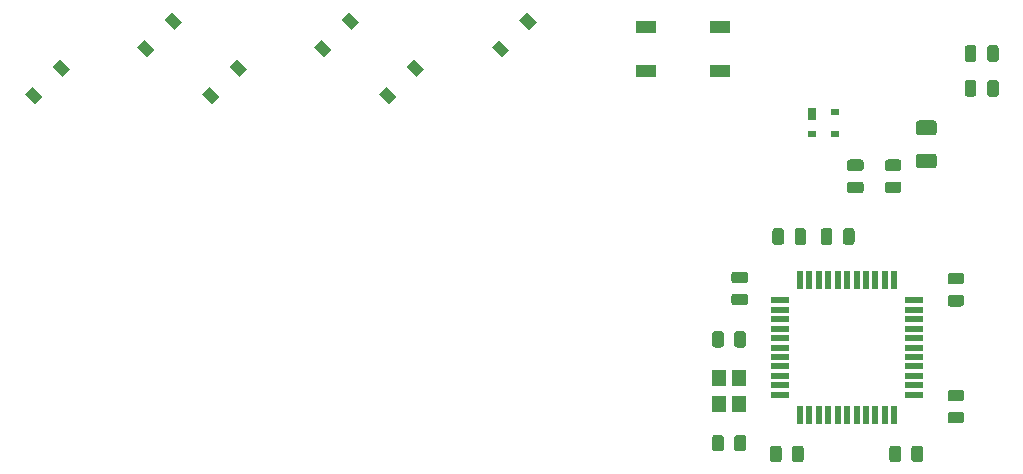
<source format=gbr>
G04 #@! TF.GenerationSoftware,KiCad,Pcbnew,(5.1.5)-3*
G04 #@! TF.CreationDate,2020-04-17T15:53:12-04:00*
G04 #@! TF.ProjectId,Flying_MX,466c7969-6e67-45f4-9d58-2e6b69636164,rev?*
G04 #@! TF.SameCoordinates,Original*
G04 #@! TF.FileFunction,Paste,Top*
G04 #@! TF.FilePolarity,Positive*
%FSLAX46Y46*%
G04 Gerber Fmt 4.6, Leading zero omitted, Abs format (unit mm)*
G04 Created by KiCad (PCBNEW (5.1.5)-3) date 2020-04-17 15:53:12*
%MOMM*%
%LPD*%
G04 APERTURE LIST*
%ADD10R,0.700000X1.000000*%
%ADD11R,0.700000X0.600000*%
%ADD12C,0.100000*%
%ADD13R,1.500000X0.550000*%
%ADD14R,0.550000X1.500000*%
%ADD15R,1.200000X1.400000*%
%ADD16R,1.800000X1.100000*%
G04 APERTURE END LIST*
D10*
X120500000Y-40350000D03*
D11*
X122500000Y-40150000D03*
X120500000Y-42050000D03*
X122500000Y-42050000D03*
D12*
G36*
X130849504Y-40876204D02*
G01*
X130873773Y-40879804D01*
X130897571Y-40885765D01*
X130920671Y-40894030D01*
X130942849Y-40904520D01*
X130963893Y-40917133D01*
X130983598Y-40931747D01*
X131001777Y-40948223D01*
X131018253Y-40966402D01*
X131032867Y-40986107D01*
X131045480Y-41007151D01*
X131055970Y-41029329D01*
X131064235Y-41052429D01*
X131070196Y-41076227D01*
X131073796Y-41100496D01*
X131075000Y-41125000D01*
X131075000Y-41875000D01*
X131073796Y-41899504D01*
X131070196Y-41923773D01*
X131064235Y-41947571D01*
X131055970Y-41970671D01*
X131045480Y-41992849D01*
X131032867Y-42013893D01*
X131018253Y-42033598D01*
X131001777Y-42051777D01*
X130983598Y-42068253D01*
X130963893Y-42082867D01*
X130942849Y-42095480D01*
X130920671Y-42105970D01*
X130897571Y-42114235D01*
X130873773Y-42120196D01*
X130849504Y-42123796D01*
X130825000Y-42125000D01*
X129575000Y-42125000D01*
X129550496Y-42123796D01*
X129526227Y-42120196D01*
X129502429Y-42114235D01*
X129479329Y-42105970D01*
X129457151Y-42095480D01*
X129436107Y-42082867D01*
X129416402Y-42068253D01*
X129398223Y-42051777D01*
X129381747Y-42033598D01*
X129367133Y-42013893D01*
X129354520Y-41992849D01*
X129344030Y-41970671D01*
X129335765Y-41947571D01*
X129329804Y-41923773D01*
X129326204Y-41899504D01*
X129325000Y-41875000D01*
X129325000Y-41125000D01*
X129326204Y-41100496D01*
X129329804Y-41076227D01*
X129335765Y-41052429D01*
X129344030Y-41029329D01*
X129354520Y-41007151D01*
X129367133Y-40986107D01*
X129381747Y-40966402D01*
X129398223Y-40948223D01*
X129416402Y-40931747D01*
X129436107Y-40917133D01*
X129457151Y-40904520D01*
X129479329Y-40894030D01*
X129502429Y-40885765D01*
X129526227Y-40879804D01*
X129550496Y-40876204D01*
X129575000Y-40875000D01*
X130825000Y-40875000D01*
X130849504Y-40876204D01*
G37*
G36*
X130849504Y-43676204D02*
G01*
X130873773Y-43679804D01*
X130897571Y-43685765D01*
X130920671Y-43694030D01*
X130942849Y-43704520D01*
X130963893Y-43717133D01*
X130983598Y-43731747D01*
X131001777Y-43748223D01*
X131018253Y-43766402D01*
X131032867Y-43786107D01*
X131045480Y-43807151D01*
X131055970Y-43829329D01*
X131064235Y-43852429D01*
X131070196Y-43876227D01*
X131073796Y-43900496D01*
X131075000Y-43925000D01*
X131075000Y-44675000D01*
X131073796Y-44699504D01*
X131070196Y-44723773D01*
X131064235Y-44747571D01*
X131055970Y-44770671D01*
X131045480Y-44792849D01*
X131032867Y-44813893D01*
X131018253Y-44833598D01*
X131001777Y-44851777D01*
X130983598Y-44868253D01*
X130963893Y-44882867D01*
X130942849Y-44895480D01*
X130920671Y-44905970D01*
X130897571Y-44914235D01*
X130873773Y-44920196D01*
X130849504Y-44923796D01*
X130825000Y-44925000D01*
X129575000Y-44925000D01*
X129550496Y-44923796D01*
X129526227Y-44920196D01*
X129502429Y-44914235D01*
X129479329Y-44905970D01*
X129457151Y-44895480D01*
X129436107Y-44882867D01*
X129416402Y-44868253D01*
X129398223Y-44851777D01*
X129381747Y-44833598D01*
X129367133Y-44813893D01*
X129354520Y-44792849D01*
X129344030Y-44770671D01*
X129335765Y-44747571D01*
X129329804Y-44723773D01*
X129326204Y-44699504D01*
X129325000Y-44675000D01*
X129325000Y-43925000D01*
X129326204Y-43900496D01*
X129329804Y-43876227D01*
X129335765Y-43852429D01*
X129344030Y-43829329D01*
X129354520Y-43807151D01*
X129367133Y-43786107D01*
X129381747Y-43766402D01*
X129398223Y-43748223D01*
X129416402Y-43731747D01*
X129436107Y-43717133D01*
X129457151Y-43704520D01*
X129479329Y-43694030D01*
X129502429Y-43685765D01*
X129526227Y-43679804D01*
X129550496Y-43676204D01*
X129575000Y-43675000D01*
X130825000Y-43675000D01*
X130849504Y-43676204D01*
G37*
G36*
X136105142Y-37451174D02*
G01*
X136128803Y-37454684D01*
X136152007Y-37460496D01*
X136174529Y-37468554D01*
X136196153Y-37478782D01*
X136216670Y-37491079D01*
X136235883Y-37505329D01*
X136253607Y-37521393D01*
X136269671Y-37539117D01*
X136283921Y-37558330D01*
X136296218Y-37578847D01*
X136306446Y-37600471D01*
X136314504Y-37622993D01*
X136320316Y-37646197D01*
X136323826Y-37669858D01*
X136325000Y-37693750D01*
X136325000Y-38606250D01*
X136323826Y-38630142D01*
X136320316Y-38653803D01*
X136314504Y-38677007D01*
X136306446Y-38699529D01*
X136296218Y-38721153D01*
X136283921Y-38741670D01*
X136269671Y-38760883D01*
X136253607Y-38778607D01*
X136235883Y-38794671D01*
X136216670Y-38808921D01*
X136196153Y-38821218D01*
X136174529Y-38831446D01*
X136152007Y-38839504D01*
X136128803Y-38845316D01*
X136105142Y-38848826D01*
X136081250Y-38850000D01*
X135593750Y-38850000D01*
X135569858Y-38848826D01*
X135546197Y-38845316D01*
X135522993Y-38839504D01*
X135500471Y-38831446D01*
X135478847Y-38821218D01*
X135458330Y-38808921D01*
X135439117Y-38794671D01*
X135421393Y-38778607D01*
X135405329Y-38760883D01*
X135391079Y-38741670D01*
X135378782Y-38721153D01*
X135368554Y-38699529D01*
X135360496Y-38677007D01*
X135354684Y-38653803D01*
X135351174Y-38630142D01*
X135350000Y-38606250D01*
X135350000Y-37693750D01*
X135351174Y-37669858D01*
X135354684Y-37646197D01*
X135360496Y-37622993D01*
X135368554Y-37600471D01*
X135378782Y-37578847D01*
X135391079Y-37558330D01*
X135405329Y-37539117D01*
X135421393Y-37521393D01*
X135439117Y-37505329D01*
X135458330Y-37491079D01*
X135478847Y-37478782D01*
X135500471Y-37468554D01*
X135522993Y-37460496D01*
X135546197Y-37454684D01*
X135569858Y-37451174D01*
X135593750Y-37450000D01*
X136081250Y-37450000D01*
X136105142Y-37451174D01*
G37*
G36*
X134230142Y-37451174D02*
G01*
X134253803Y-37454684D01*
X134277007Y-37460496D01*
X134299529Y-37468554D01*
X134321153Y-37478782D01*
X134341670Y-37491079D01*
X134360883Y-37505329D01*
X134378607Y-37521393D01*
X134394671Y-37539117D01*
X134408921Y-37558330D01*
X134421218Y-37578847D01*
X134431446Y-37600471D01*
X134439504Y-37622993D01*
X134445316Y-37646197D01*
X134448826Y-37669858D01*
X134450000Y-37693750D01*
X134450000Y-38606250D01*
X134448826Y-38630142D01*
X134445316Y-38653803D01*
X134439504Y-38677007D01*
X134431446Y-38699529D01*
X134421218Y-38721153D01*
X134408921Y-38741670D01*
X134394671Y-38760883D01*
X134378607Y-38778607D01*
X134360883Y-38794671D01*
X134341670Y-38808921D01*
X134321153Y-38821218D01*
X134299529Y-38831446D01*
X134277007Y-38839504D01*
X134253803Y-38845316D01*
X134230142Y-38848826D01*
X134206250Y-38850000D01*
X133718750Y-38850000D01*
X133694858Y-38848826D01*
X133671197Y-38845316D01*
X133647993Y-38839504D01*
X133625471Y-38831446D01*
X133603847Y-38821218D01*
X133583330Y-38808921D01*
X133564117Y-38794671D01*
X133546393Y-38778607D01*
X133530329Y-38760883D01*
X133516079Y-38741670D01*
X133503782Y-38721153D01*
X133493554Y-38699529D01*
X133485496Y-38677007D01*
X133479684Y-38653803D01*
X133476174Y-38630142D01*
X133475000Y-38606250D01*
X133475000Y-37693750D01*
X133476174Y-37669858D01*
X133479684Y-37646197D01*
X133485496Y-37622993D01*
X133493554Y-37600471D01*
X133503782Y-37578847D01*
X133516079Y-37558330D01*
X133530329Y-37539117D01*
X133546393Y-37521393D01*
X133564117Y-37505329D01*
X133583330Y-37491079D01*
X133603847Y-37478782D01*
X133625471Y-37468554D01*
X133647993Y-37460496D01*
X133671197Y-37454684D01*
X133694858Y-37451174D01*
X133718750Y-37450000D01*
X134206250Y-37450000D01*
X134230142Y-37451174D01*
G37*
G36*
X136105142Y-34501174D02*
G01*
X136128803Y-34504684D01*
X136152007Y-34510496D01*
X136174529Y-34518554D01*
X136196153Y-34528782D01*
X136216670Y-34541079D01*
X136235883Y-34555329D01*
X136253607Y-34571393D01*
X136269671Y-34589117D01*
X136283921Y-34608330D01*
X136296218Y-34628847D01*
X136306446Y-34650471D01*
X136314504Y-34672993D01*
X136320316Y-34696197D01*
X136323826Y-34719858D01*
X136325000Y-34743750D01*
X136325000Y-35656250D01*
X136323826Y-35680142D01*
X136320316Y-35703803D01*
X136314504Y-35727007D01*
X136306446Y-35749529D01*
X136296218Y-35771153D01*
X136283921Y-35791670D01*
X136269671Y-35810883D01*
X136253607Y-35828607D01*
X136235883Y-35844671D01*
X136216670Y-35858921D01*
X136196153Y-35871218D01*
X136174529Y-35881446D01*
X136152007Y-35889504D01*
X136128803Y-35895316D01*
X136105142Y-35898826D01*
X136081250Y-35900000D01*
X135593750Y-35900000D01*
X135569858Y-35898826D01*
X135546197Y-35895316D01*
X135522993Y-35889504D01*
X135500471Y-35881446D01*
X135478847Y-35871218D01*
X135458330Y-35858921D01*
X135439117Y-35844671D01*
X135421393Y-35828607D01*
X135405329Y-35810883D01*
X135391079Y-35791670D01*
X135378782Y-35771153D01*
X135368554Y-35749529D01*
X135360496Y-35727007D01*
X135354684Y-35703803D01*
X135351174Y-35680142D01*
X135350000Y-35656250D01*
X135350000Y-34743750D01*
X135351174Y-34719858D01*
X135354684Y-34696197D01*
X135360496Y-34672993D01*
X135368554Y-34650471D01*
X135378782Y-34628847D01*
X135391079Y-34608330D01*
X135405329Y-34589117D01*
X135421393Y-34571393D01*
X135439117Y-34555329D01*
X135458330Y-34541079D01*
X135478847Y-34528782D01*
X135500471Y-34518554D01*
X135522993Y-34510496D01*
X135546197Y-34504684D01*
X135569858Y-34501174D01*
X135593750Y-34500000D01*
X136081250Y-34500000D01*
X136105142Y-34501174D01*
G37*
G36*
X134230142Y-34501174D02*
G01*
X134253803Y-34504684D01*
X134277007Y-34510496D01*
X134299529Y-34518554D01*
X134321153Y-34528782D01*
X134341670Y-34541079D01*
X134360883Y-34555329D01*
X134378607Y-34571393D01*
X134394671Y-34589117D01*
X134408921Y-34608330D01*
X134421218Y-34628847D01*
X134431446Y-34650471D01*
X134439504Y-34672993D01*
X134445316Y-34696197D01*
X134448826Y-34719858D01*
X134450000Y-34743750D01*
X134450000Y-35656250D01*
X134448826Y-35680142D01*
X134445316Y-35703803D01*
X134439504Y-35727007D01*
X134431446Y-35749529D01*
X134421218Y-35771153D01*
X134408921Y-35791670D01*
X134394671Y-35810883D01*
X134378607Y-35828607D01*
X134360883Y-35844671D01*
X134341670Y-35858921D01*
X134321153Y-35871218D01*
X134299529Y-35881446D01*
X134277007Y-35889504D01*
X134253803Y-35895316D01*
X134230142Y-35898826D01*
X134206250Y-35900000D01*
X133718750Y-35900000D01*
X133694858Y-35898826D01*
X133671197Y-35895316D01*
X133647993Y-35889504D01*
X133625471Y-35881446D01*
X133603847Y-35871218D01*
X133583330Y-35858921D01*
X133564117Y-35844671D01*
X133546393Y-35828607D01*
X133530329Y-35810883D01*
X133516079Y-35791670D01*
X133503782Y-35771153D01*
X133493554Y-35749529D01*
X133485496Y-35727007D01*
X133479684Y-35703803D01*
X133476174Y-35680142D01*
X133475000Y-35656250D01*
X133475000Y-34743750D01*
X133476174Y-34719858D01*
X133479684Y-34696197D01*
X133485496Y-34672993D01*
X133493554Y-34650471D01*
X133503782Y-34628847D01*
X133516079Y-34608330D01*
X133530329Y-34589117D01*
X133546393Y-34571393D01*
X133564117Y-34555329D01*
X133583330Y-34541079D01*
X133603847Y-34528782D01*
X133625471Y-34518554D01*
X133647993Y-34510496D01*
X133671197Y-34504684D01*
X133694858Y-34501174D01*
X133718750Y-34500000D01*
X134206250Y-34500000D01*
X134230142Y-34501174D01*
G37*
D13*
X129200000Y-56100000D03*
X129200000Y-56900000D03*
X129200000Y-57700000D03*
X129200000Y-58500000D03*
X129200000Y-59300000D03*
X129200000Y-60100000D03*
X129200000Y-60900000D03*
X129200000Y-61700000D03*
X129200000Y-62500000D03*
X129200000Y-63300000D03*
X129200000Y-64100000D03*
D14*
X127500000Y-65800000D03*
X126700000Y-65800000D03*
X125900000Y-65800000D03*
X125100000Y-65800000D03*
X124300000Y-65800000D03*
X123500000Y-65800000D03*
X122700000Y-65800000D03*
X121900000Y-65800000D03*
X121100000Y-65800000D03*
X120300000Y-65800000D03*
X119500000Y-65800000D03*
D13*
X117800000Y-64100000D03*
X117800000Y-63300000D03*
X117800000Y-62500000D03*
X117800000Y-61700000D03*
X117800000Y-60900000D03*
X117800000Y-60100000D03*
X117800000Y-59300000D03*
X117800000Y-58500000D03*
X117800000Y-57700000D03*
X117800000Y-56900000D03*
X117800000Y-56100000D03*
D14*
X119500000Y-54400000D03*
X120300000Y-54400000D03*
X121100000Y-54400000D03*
X121900000Y-54400000D03*
X122700000Y-54400000D03*
X123500000Y-54400000D03*
X124300000Y-54400000D03*
X125100000Y-54400000D03*
X125900000Y-54400000D03*
X126700000Y-54400000D03*
X127500000Y-54400000D03*
D12*
G36*
X114705142Y-58701174D02*
G01*
X114728803Y-58704684D01*
X114752007Y-58710496D01*
X114774529Y-58718554D01*
X114796153Y-58728782D01*
X114816670Y-58741079D01*
X114835883Y-58755329D01*
X114853607Y-58771393D01*
X114869671Y-58789117D01*
X114883921Y-58808330D01*
X114896218Y-58828847D01*
X114906446Y-58850471D01*
X114914504Y-58872993D01*
X114920316Y-58896197D01*
X114923826Y-58919858D01*
X114925000Y-58943750D01*
X114925000Y-59856250D01*
X114923826Y-59880142D01*
X114920316Y-59903803D01*
X114914504Y-59927007D01*
X114906446Y-59949529D01*
X114896218Y-59971153D01*
X114883921Y-59991670D01*
X114869671Y-60010883D01*
X114853607Y-60028607D01*
X114835883Y-60044671D01*
X114816670Y-60058921D01*
X114796153Y-60071218D01*
X114774529Y-60081446D01*
X114752007Y-60089504D01*
X114728803Y-60095316D01*
X114705142Y-60098826D01*
X114681250Y-60100000D01*
X114193750Y-60100000D01*
X114169858Y-60098826D01*
X114146197Y-60095316D01*
X114122993Y-60089504D01*
X114100471Y-60081446D01*
X114078847Y-60071218D01*
X114058330Y-60058921D01*
X114039117Y-60044671D01*
X114021393Y-60028607D01*
X114005329Y-60010883D01*
X113991079Y-59991670D01*
X113978782Y-59971153D01*
X113968554Y-59949529D01*
X113960496Y-59927007D01*
X113954684Y-59903803D01*
X113951174Y-59880142D01*
X113950000Y-59856250D01*
X113950000Y-58943750D01*
X113951174Y-58919858D01*
X113954684Y-58896197D01*
X113960496Y-58872993D01*
X113968554Y-58850471D01*
X113978782Y-58828847D01*
X113991079Y-58808330D01*
X114005329Y-58789117D01*
X114021393Y-58771393D01*
X114039117Y-58755329D01*
X114058330Y-58741079D01*
X114078847Y-58728782D01*
X114100471Y-58718554D01*
X114122993Y-58710496D01*
X114146197Y-58704684D01*
X114169858Y-58701174D01*
X114193750Y-58700000D01*
X114681250Y-58700000D01*
X114705142Y-58701174D01*
G37*
G36*
X112830142Y-58701174D02*
G01*
X112853803Y-58704684D01*
X112877007Y-58710496D01*
X112899529Y-58718554D01*
X112921153Y-58728782D01*
X112941670Y-58741079D01*
X112960883Y-58755329D01*
X112978607Y-58771393D01*
X112994671Y-58789117D01*
X113008921Y-58808330D01*
X113021218Y-58828847D01*
X113031446Y-58850471D01*
X113039504Y-58872993D01*
X113045316Y-58896197D01*
X113048826Y-58919858D01*
X113050000Y-58943750D01*
X113050000Y-59856250D01*
X113048826Y-59880142D01*
X113045316Y-59903803D01*
X113039504Y-59927007D01*
X113031446Y-59949529D01*
X113021218Y-59971153D01*
X113008921Y-59991670D01*
X112994671Y-60010883D01*
X112978607Y-60028607D01*
X112960883Y-60044671D01*
X112941670Y-60058921D01*
X112921153Y-60071218D01*
X112899529Y-60081446D01*
X112877007Y-60089504D01*
X112853803Y-60095316D01*
X112830142Y-60098826D01*
X112806250Y-60100000D01*
X112318750Y-60100000D01*
X112294858Y-60098826D01*
X112271197Y-60095316D01*
X112247993Y-60089504D01*
X112225471Y-60081446D01*
X112203847Y-60071218D01*
X112183330Y-60058921D01*
X112164117Y-60044671D01*
X112146393Y-60028607D01*
X112130329Y-60010883D01*
X112116079Y-59991670D01*
X112103782Y-59971153D01*
X112093554Y-59949529D01*
X112085496Y-59927007D01*
X112079684Y-59903803D01*
X112076174Y-59880142D01*
X112075000Y-59856250D01*
X112075000Y-58943750D01*
X112076174Y-58919858D01*
X112079684Y-58896197D01*
X112085496Y-58872993D01*
X112093554Y-58850471D01*
X112103782Y-58828847D01*
X112116079Y-58808330D01*
X112130329Y-58789117D01*
X112146393Y-58771393D01*
X112164117Y-58755329D01*
X112183330Y-58741079D01*
X112203847Y-58728782D01*
X112225471Y-58718554D01*
X112247993Y-58710496D01*
X112271197Y-58704684D01*
X112294858Y-58701174D01*
X112318750Y-58700000D01*
X112806250Y-58700000D01*
X112830142Y-58701174D01*
G37*
G36*
X112830142Y-67501174D02*
G01*
X112853803Y-67504684D01*
X112877007Y-67510496D01*
X112899529Y-67518554D01*
X112921153Y-67528782D01*
X112941670Y-67541079D01*
X112960883Y-67555329D01*
X112978607Y-67571393D01*
X112994671Y-67589117D01*
X113008921Y-67608330D01*
X113021218Y-67628847D01*
X113031446Y-67650471D01*
X113039504Y-67672993D01*
X113045316Y-67696197D01*
X113048826Y-67719858D01*
X113050000Y-67743750D01*
X113050000Y-68656250D01*
X113048826Y-68680142D01*
X113045316Y-68703803D01*
X113039504Y-68727007D01*
X113031446Y-68749529D01*
X113021218Y-68771153D01*
X113008921Y-68791670D01*
X112994671Y-68810883D01*
X112978607Y-68828607D01*
X112960883Y-68844671D01*
X112941670Y-68858921D01*
X112921153Y-68871218D01*
X112899529Y-68881446D01*
X112877007Y-68889504D01*
X112853803Y-68895316D01*
X112830142Y-68898826D01*
X112806250Y-68900000D01*
X112318750Y-68900000D01*
X112294858Y-68898826D01*
X112271197Y-68895316D01*
X112247993Y-68889504D01*
X112225471Y-68881446D01*
X112203847Y-68871218D01*
X112183330Y-68858921D01*
X112164117Y-68844671D01*
X112146393Y-68828607D01*
X112130329Y-68810883D01*
X112116079Y-68791670D01*
X112103782Y-68771153D01*
X112093554Y-68749529D01*
X112085496Y-68727007D01*
X112079684Y-68703803D01*
X112076174Y-68680142D01*
X112075000Y-68656250D01*
X112075000Y-67743750D01*
X112076174Y-67719858D01*
X112079684Y-67696197D01*
X112085496Y-67672993D01*
X112093554Y-67650471D01*
X112103782Y-67628847D01*
X112116079Y-67608330D01*
X112130329Y-67589117D01*
X112146393Y-67571393D01*
X112164117Y-67555329D01*
X112183330Y-67541079D01*
X112203847Y-67528782D01*
X112225471Y-67518554D01*
X112247993Y-67510496D01*
X112271197Y-67504684D01*
X112294858Y-67501174D01*
X112318750Y-67500000D01*
X112806250Y-67500000D01*
X112830142Y-67501174D01*
G37*
G36*
X114705142Y-67501174D02*
G01*
X114728803Y-67504684D01*
X114752007Y-67510496D01*
X114774529Y-67518554D01*
X114796153Y-67528782D01*
X114816670Y-67541079D01*
X114835883Y-67555329D01*
X114853607Y-67571393D01*
X114869671Y-67589117D01*
X114883921Y-67608330D01*
X114896218Y-67628847D01*
X114906446Y-67650471D01*
X114914504Y-67672993D01*
X114920316Y-67696197D01*
X114923826Y-67719858D01*
X114925000Y-67743750D01*
X114925000Y-68656250D01*
X114923826Y-68680142D01*
X114920316Y-68703803D01*
X114914504Y-68727007D01*
X114906446Y-68749529D01*
X114896218Y-68771153D01*
X114883921Y-68791670D01*
X114869671Y-68810883D01*
X114853607Y-68828607D01*
X114835883Y-68844671D01*
X114816670Y-68858921D01*
X114796153Y-68871218D01*
X114774529Y-68881446D01*
X114752007Y-68889504D01*
X114728803Y-68895316D01*
X114705142Y-68898826D01*
X114681250Y-68900000D01*
X114193750Y-68900000D01*
X114169858Y-68898826D01*
X114146197Y-68895316D01*
X114122993Y-68889504D01*
X114100471Y-68881446D01*
X114078847Y-68871218D01*
X114058330Y-68858921D01*
X114039117Y-68844671D01*
X114021393Y-68828607D01*
X114005329Y-68810883D01*
X113991079Y-68791670D01*
X113978782Y-68771153D01*
X113968554Y-68749529D01*
X113960496Y-68727007D01*
X113954684Y-68703803D01*
X113951174Y-68680142D01*
X113950000Y-68656250D01*
X113950000Y-67743750D01*
X113951174Y-67719858D01*
X113954684Y-67696197D01*
X113960496Y-67672993D01*
X113968554Y-67650471D01*
X113978782Y-67628847D01*
X113991079Y-67608330D01*
X114005329Y-67589117D01*
X114021393Y-67571393D01*
X114039117Y-67555329D01*
X114058330Y-67541079D01*
X114078847Y-67528782D01*
X114100471Y-67518554D01*
X114122993Y-67510496D01*
X114146197Y-67504684D01*
X114169858Y-67501174D01*
X114193750Y-67500000D01*
X114681250Y-67500000D01*
X114705142Y-67501174D01*
G37*
D15*
X112650000Y-64900000D03*
X112650000Y-62700000D03*
X114350000Y-62700000D03*
X114350000Y-64900000D03*
D12*
G36*
X54527208Y-38024264D02*
G01*
X55375736Y-38872792D01*
X54739340Y-39509188D01*
X53890812Y-38660660D01*
X54527208Y-38024264D01*
G37*
G36*
X56860660Y-35690812D02*
G01*
X57709188Y-36539340D01*
X57072792Y-37175736D01*
X56224264Y-36327208D01*
X56860660Y-35690812D01*
G37*
D16*
X112700000Y-36650000D03*
X106500000Y-32950000D03*
X112700000Y-32950000D03*
X106500000Y-36650000D03*
D12*
G36*
X127830142Y-68401174D02*
G01*
X127853803Y-68404684D01*
X127877007Y-68410496D01*
X127899529Y-68418554D01*
X127921153Y-68428782D01*
X127941670Y-68441079D01*
X127960883Y-68455329D01*
X127978607Y-68471393D01*
X127994671Y-68489117D01*
X128008921Y-68508330D01*
X128021218Y-68528847D01*
X128031446Y-68550471D01*
X128039504Y-68572993D01*
X128045316Y-68596197D01*
X128048826Y-68619858D01*
X128050000Y-68643750D01*
X128050000Y-69556250D01*
X128048826Y-69580142D01*
X128045316Y-69603803D01*
X128039504Y-69627007D01*
X128031446Y-69649529D01*
X128021218Y-69671153D01*
X128008921Y-69691670D01*
X127994671Y-69710883D01*
X127978607Y-69728607D01*
X127960883Y-69744671D01*
X127941670Y-69758921D01*
X127921153Y-69771218D01*
X127899529Y-69781446D01*
X127877007Y-69789504D01*
X127853803Y-69795316D01*
X127830142Y-69798826D01*
X127806250Y-69800000D01*
X127318750Y-69800000D01*
X127294858Y-69798826D01*
X127271197Y-69795316D01*
X127247993Y-69789504D01*
X127225471Y-69781446D01*
X127203847Y-69771218D01*
X127183330Y-69758921D01*
X127164117Y-69744671D01*
X127146393Y-69728607D01*
X127130329Y-69710883D01*
X127116079Y-69691670D01*
X127103782Y-69671153D01*
X127093554Y-69649529D01*
X127085496Y-69627007D01*
X127079684Y-69603803D01*
X127076174Y-69580142D01*
X127075000Y-69556250D01*
X127075000Y-68643750D01*
X127076174Y-68619858D01*
X127079684Y-68596197D01*
X127085496Y-68572993D01*
X127093554Y-68550471D01*
X127103782Y-68528847D01*
X127116079Y-68508330D01*
X127130329Y-68489117D01*
X127146393Y-68471393D01*
X127164117Y-68455329D01*
X127183330Y-68441079D01*
X127203847Y-68428782D01*
X127225471Y-68418554D01*
X127247993Y-68410496D01*
X127271197Y-68404684D01*
X127294858Y-68401174D01*
X127318750Y-68400000D01*
X127806250Y-68400000D01*
X127830142Y-68401174D01*
G37*
G36*
X129705142Y-68401174D02*
G01*
X129728803Y-68404684D01*
X129752007Y-68410496D01*
X129774529Y-68418554D01*
X129796153Y-68428782D01*
X129816670Y-68441079D01*
X129835883Y-68455329D01*
X129853607Y-68471393D01*
X129869671Y-68489117D01*
X129883921Y-68508330D01*
X129896218Y-68528847D01*
X129906446Y-68550471D01*
X129914504Y-68572993D01*
X129920316Y-68596197D01*
X129923826Y-68619858D01*
X129925000Y-68643750D01*
X129925000Y-69556250D01*
X129923826Y-69580142D01*
X129920316Y-69603803D01*
X129914504Y-69627007D01*
X129906446Y-69649529D01*
X129896218Y-69671153D01*
X129883921Y-69691670D01*
X129869671Y-69710883D01*
X129853607Y-69728607D01*
X129835883Y-69744671D01*
X129816670Y-69758921D01*
X129796153Y-69771218D01*
X129774529Y-69781446D01*
X129752007Y-69789504D01*
X129728803Y-69795316D01*
X129705142Y-69798826D01*
X129681250Y-69800000D01*
X129193750Y-69800000D01*
X129169858Y-69798826D01*
X129146197Y-69795316D01*
X129122993Y-69789504D01*
X129100471Y-69781446D01*
X129078847Y-69771218D01*
X129058330Y-69758921D01*
X129039117Y-69744671D01*
X129021393Y-69728607D01*
X129005329Y-69710883D01*
X128991079Y-69691670D01*
X128978782Y-69671153D01*
X128968554Y-69649529D01*
X128960496Y-69627007D01*
X128954684Y-69603803D01*
X128951174Y-69580142D01*
X128950000Y-69556250D01*
X128950000Y-68643750D01*
X128951174Y-68619858D01*
X128954684Y-68596197D01*
X128960496Y-68572993D01*
X128968554Y-68550471D01*
X128978782Y-68528847D01*
X128991079Y-68508330D01*
X129005329Y-68489117D01*
X129021393Y-68471393D01*
X129039117Y-68455329D01*
X129058330Y-68441079D01*
X129078847Y-68428782D01*
X129100471Y-68418554D01*
X129122993Y-68410496D01*
X129146197Y-68404684D01*
X129169858Y-68401174D01*
X129193750Y-68400000D01*
X129681250Y-68400000D01*
X129705142Y-68401174D01*
G37*
G36*
X127880142Y-44176174D02*
G01*
X127903803Y-44179684D01*
X127927007Y-44185496D01*
X127949529Y-44193554D01*
X127971153Y-44203782D01*
X127991670Y-44216079D01*
X128010883Y-44230329D01*
X128028607Y-44246393D01*
X128044671Y-44264117D01*
X128058921Y-44283330D01*
X128071218Y-44303847D01*
X128081446Y-44325471D01*
X128089504Y-44347993D01*
X128095316Y-44371197D01*
X128098826Y-44394858D01*
X128100000Y-44418750D01*
X128100000Y-44906250D01*
X128098826Y-44930142D01*
X128095316Y-44953803D01*
X128089504Y-44977007D01*
X128081446Y-44999529D01*
X128071218Y-45021153D01*
X128058921Y-45041670D01*
X128044671Y-45060883D01*
X128028607Y-45078607D01*
X128010883Y-45094671D01*
X127991670Y-45108921D01*
X127971153Y-45121218D01*
X127949529Y-45131446D01*
X127927007Y-45139504D01*
X127903803Y-45145316D01*
X127880142Y-45148826D01*
X127856250Y-45150000D01*
X126943750Y-45150000D01*
X126919858Y-45148826D01*
X126896197Y-45145316D01*
X126872993Y-45139504D01*
X126850471Y-45131446D01*
X126828847Y-45121218D01*
X126808330Y-45108921D01*
X126789117Y-45094671D01*
X126771393Y-45078607D01*
X126755329Y-45060883D01*
X126741079Y-45041670D01*
X126728782Y-45021153D01*
X126718554Y-44999529D01*
X126710496Y-44977007D01*
X126704684Y-44953803D01*
X126701174Y-44930142D01*
X126700000Y-44906250D01*
X126700000Y-44418750D01*
X126701174Y-44394858D01*
X126704684Y-44371197D01*
X126710496Y-44347993D01*
X126718554Y-44325471D01*
X126728782Y-44303847D01*
X126741079Y-44283330D01*
X126755329Y-44264117D01*
X126771393Y-44246393D01*
X126789117Y-44230329D01*
X126808330Y-44216079D01*
X126828847Y-44203782D01*
X126850471Y-44193554D01*
X126872993Y-44185496D01*
X126896197Y-44179684D01*
X126919858Y-44176174D01*
X126943750Y-44175000D01*
X127856250Y-44175000D01*
X127880142Y-44176174D01*
G37*
G36*
X127880142Y-46051174D02*
G01*
X127903803Y-46054684D01*
X127927007Y-46060496D01*
X127949529Y-46068554D01*
X127971153Y-46078782D01*
X127991670Y-46091079D01*
X128010883Y-46105329D01*
X128028607Y-46121393D01*
X128044671Y-46139117D01*
X128058921Y-46158330D01*
X128071218Y-46178847D01*
X128081446Y-46200471D01*
X128089504Y-46222993D01*
X128095316Y-46246197D01*
X128098826Y-46269858D01*
X128100000Y-46293750D01*
X128100000Y-46781250D01*
X128098826Y-46805142D01*
X128095316Y-46828803D01*
X128089504Y-46852007D01*
X128081446Y-46874529D01*
X128071218Y-46896153D01*
X128058921Y-46916670D01*
X128044671Y-46935883D01*
X128028607Y-46953607D01*
X128010883Y-46969671D01*
X127991670Y-46983921D01*
X127971153Y-46996218D01*
X127949529Y-47006446D01*
X127927007Y-47014504D01*
X127903803Y-47020316D01*
X127880142Y-47023826D01*
X127856250Y-47025000D01*
X126943750Y-47025000D01*
X126919858Y-47023826D01*
X126896197Y-47020316D01*
X126872993Y-47014504D01*
X126850471Y-47006446D01*
X126828847Y-46996218D01*
X126808330Y-46983921D01*
X126789117Y-46969671D01*
X126771393Y-46953607D01*
X126755329Y-46935883D01*
X126741079Y-46916670D01*
X126728782Y-46896153D01*
X126718554Y-46874529D01*
X126710496Y-46852007D01*
X126704684Y-46828803D01*
X126701174Y-46805142D01*
X126700000Y-46781250D01*
X126700000Y-46293750D01*
X126701174Y-46269858D01*
X126704684Y-46246197D01*
X126710496Y-46222993D01*
X126718554Y-46200471D01*
X126728782Y-46178847D01*
X126741079Y-46158330D01*
X126755329Y-46139117D01*
X126771393Y-46121393D01*
X126789117Y-46105329D01*
X126808330Y-46091079D01*
X126828847Y-46078782D01*
X126850471Y-46068554D01*
X126872993Y-46060496D01*
X126896197Y-46054684D01*
X126919858Y-46051174D01*
X126943750Y-46050000D01*
X127856250Y-46050000D01*
X127880142Y-46051174D01*
G37*
G36*
X124680142Y-44176174D02*
G01*
X124703803Y-44179684D01*
X124727007Y-44185496D01*
X124749529Y-44193554D01*
X124771153Y-44203782D01*
X124791670Y-44216079D01*
X124810883Y-44230329D01*
X124828607Y-44246393D01*
X124844671Y-44264117D01*
X124858921Y-44283330D01*
X124871218Y-44303847D01*
X124881446Y-44325471D01*
X124889504Y-44347993D01*
X124895316Y-44371197D01*
X124898826Y-44394858D01*
X124900000Y-44418750D01*
X124900000Y-44906250D01*
X124898826Y-44930142D01*
X124895316Y-44953803D01*
X124889504Y-44977007D01*
X124881446Y-44999529D01*
X124871218Y-45021153D01*
X124858921Y-45041670D01*
X124844671Y-45060883D01*
X124828607Y-45078607D01*
X124810883Y-45094671D01*
X124791670Y-45108921D01*
X124771153Y-45121218D01*
X124749529Y-45131446D01*
X124727007Y-45139504D01*
X124703803Y-45145316D01*
X124680142Y-45148826D01*
X124656250Y-45150000D01*
X123743750Y-45150000D01*
X123719858Y-45148826D01*
X123696197Y-45145316D01*
X123672993Y-45139504D01*
X123650471Y-45131446D01*
X123628847Y-45121218D01*
X123608330Y-45108921D01*
X123589117Y-45094671D01*
X123571393Y-45078607D01*
X123555329Y-45060883D01*
X123541079Y-45041670D01*
X123528782Y-45021153D01*
X123518554Y-44999529D01*
X123510496Y-44977007D01*
X123504684Y-44953803D01*
X123501174Y-44930142D01*
X123500000Y-44906250D01*
X123500000Y-44418750D01*
X123501174Y-44394858D01*
X123504684Y-44371197D01*
X123510496Y-44347993D01*
X123518554Y-44325471D01*
X123528782Y-44303847D01*
X123541079Y-44283330D01*
X123555329Y-44264117D01*
X123571393Y-44246393D01*
X123589117Y-44230329D01*
X123608330Y-44216079D01*
X123628847Y-44203782D01*
X123650471Y-44193554D01*
X123672993Y-44185496D01*
X123696197Y-44179684D01*
X123719858Y-44176174D01*
X123743750Y-44175000D01*
X124656250Y-44175000D01*
X124680142Y-44176174D01*
G37*
G36*
X124680142Y-46051174D02*
G01*
X124703803Y-46054684D01*
X124727007Y-46060496D01*
X124749529Y-46068554D01*
X124771153Y-46078782D01*
X124791670Y-46091079D01*
X124810883Y-46105329D01*
X124828607Y-46121393D01*
X124844671Y-46139117D01*
X124858921Y-46158330D01*
X124871218Y-46178847D01*
X124881446Y-46200471D01*
X124889504Y-46222993D01*
X124895316Y-46246197D01*
X124898826Y-46269858D01*
X124900000Y-46293750D01*
X124900000Y-46781250D01*
X124898826Y-46805142D01*
X124895316Y-46828803D01*
X124889504Y-46852007D01*
X124881446Y-46874529D01*
X124871218Y-46896153D01*
X124858921Y-46916670D01*
X124844671Y-46935883D01*
X124828607Y-46953607D01*
X124810883Y-46969671D01*
X124791670Y-46983921D01*
X124771153Y-46996218D01*
X124749529Y-47006446D01*
X124727007Y-47014504D01*
X124703803Y-47020316D01*
X124680142Y-47023826D01*
X124656250Y-47025000D01*
X123743750Y-47025000D01*
X123719858Y-47023826D01*
X123696197Y-47020316D01*
X123672993Y-47014504D01*
X123650471Y-47006446D01*
X123628847Y-46996218D01*
X123608330Y-46983921D01*
X123589117Y-46969671D01*
X123571393Y-46953607D01*
X123555329Y-46935883D01*
X123541079Y-46916670D01*
X123528782Y-46896153D01*
X123518554Y-46874529D01*
X123510496Y-46852007D01*
X123504684Y-46828803D01*
X123501174Y-46805142D01*
X123500000Y-46781250D01*
X123500000Y-46293750D01*
X123501174Y-46269858D01*
X123504684Y-46246197D01*
X123510496Y-46222993D01*
X123518554Y-46200471D01*
X123528782Y-46178847D01*
X123541079Y-46158330D01*
X123555329Y-46139117D01*
X123571393Y-46121393D01*
X123589117Y-46105329D01*
X123608330Y-46091079D01*
X123628847Y-46078782D01*
X123650471Y-46068554D01*
X123672993Y-46060496D01*
X123696197Y-46054684D01*
X123719858Y-46051174D01*
X123743750Y-46050000D01*
X124656250Y-46050000D01*
X124680142Y-46051174D01*
G37*
G36*
X117930142Y-50001174D02*
G01*
X117953803Y-50004684D01*
X117977007Y-50010496D01*
X117999529Y-50018554D01*
X118021153Y-50028782D01*
X118041670Y-50041079D01*
X118060883Y-50055329D01*
X118078607Y-50071393D01*
X118094671Y-50089117D01*
X118108921Y-50108330D01*
X118121218Y-50128847D01*
X118131446Y-50150471D01*
X118139504Y-50172993D01*
X118145316Y-50196197D01*
X118148826Y-50219858D01*
X118150000Y-50243750D01*
X118150000Y-51156250D01*
X118148826Y-51180142D01*
X118145316Y-51203803D01*
X118139504Y-51227007D01*
X118131446Y-51249529D01*
X118121218Y-51271153D01*
X118108921Y-51291670D01*
X118094671Y-51310883D01*
X118078607Y-51328607D01*
X118060883Y-51344671D01*
X118041670Y-51358921D01*
X118021153Y-51371218D01*
X117999529Y-51381446D01*
X117977007Y-51389504D01*
X117953803Y-51395316D01*
X117930142Y-51398826D01*
X117906250Y-51400000D01*
X117418750Y-51400000D01*
X117394858Y-51398826D01*
X117371197Y-51395316D01*
X117347993Y-51389504D01*
X117325471Y-51381446D01*
X117303847Y-51371218D01*
X117283330Y-51358921D01*
X117264117Y-51344671D01*
X117246393Y-51328607D01*
X117230329Y-51310883D01*
X117216079Y-51291670D01*
X117203782Y-51271153D01*
X117193554Y-51249529D01*
X117185496Y-51227007D01*
X117179684Y-51203803D01*
X117176174Y-51180142D01*
X117175000Y-51156250D01*
X117175000Y-50243750D01*
X117176174Y-50219858D01*
X117179684Y-50196197D01*
X117185496Y-50172993D01*
X117193554Y-50150471D01*
X117203782Y-50128847D01*
X117216079Y-50108330D01*
X117230329Y-50089117D01*
X117246393Y-50071393D01*
X117264117Y-50055329D01*
X117283330Y-50041079D01*
X117303847Y-50028782D01*
X117325471Y-50018554D01*
X117347993Y-50010496D01*
X117371197Y-50004684D01*
X117394858Y-50001174D01*
X117418750Y-50000000D01*
X117906250Y-50000000D01*
X117930142Y-50001174D01*
G37*
G36*
X119805142Y-50001174D02*
G01*
X119828803Y-50004684D01*
X119852007Y-50010496D01*
X119874529Y-50018554D01*
X119896153Y-50028782D01*
X119916670Y-50041079D01*
X119935883Y-50055329D01*
X119953607Y-50071393D01*
X119969671Y-50089117D01*
X119983921Y-50108330D01*
X119996218Y-50128847D01*
X120006446Y-50150471D01*
X120014504Y-50172993D01*
X120020316Y-50196197D01*
X120023826Y-50219858D01*
X120025000Y-50243750D01*
X120025000Y-51156250D01*
X120023826Y-51180142D01*
X120020316Y-51203803D01*
X120014504Y-51227007D01*
X120006446Y-51249529D01*
X119996218Y-51271153D01*
X119983921Y-51291670D01*
X119969671Y-51310883D01*
X119953607Y-51328607D01*
X119935883Y-51344671D01*
X119916670Y-51358921D01*
X119896153Y-51371218D01*
X119874529Y-51381446D01*
X119852007Y-51389504D01*
X119828803Y-51395316D01*
X119805142Y-51398826D01*
X119781250Y-51400000D01*
X119293750Y-51400000D01*
X119269858Y-51398826D01*
X119246197Y-51395316D01*
X119222993Y-51389504D01*
X119200471Y-51381446D01*
X119178847Y-51371218D01*
X119158330Y-51358921D01*
X119139117Y-51344671D01*
X119121393Y-51328607D01*
X119105329Y-51310883D01*
X119091079Y-51291670D01*
X119078782Y-51271153D01*
X119068554Y-51249529D01*
X119060496Y-51227007D01*
X119054684Y-51203803D01*
X119051174Y-51180142D01*
X119050000Y-51156250D01*
X119050000Y-50243750D01*
X119051174Y-50219858D01*
X119054684Y-50196197D01*
X119060496Y-50172993D01*
X119068554Y-50150471D01*
X119078782Y-50128847D01*
X119091079Y-50108330D01*
X119105329Y-50089117D01*
X119121393Y-50071393D01*
X119139117Y-50055329D01*
X119158330Y-50041079D01*
X119178847Y-50028782D01*
X119200471Y-50018554D01*
X119222993Y-50010496D01*
X119246197Y-50004684D01*
X119269858Y-50001174D01*
X119293750Y-50000000D01*
X119781250Y-50000000D01*
X119805142Y-50001174D01*
G37*
G36*
X94027208Y-34024264D02*
G01*
X94875736Y-34872792D01*
X94239340Y-35509188D01*
X93390812Y-34660660D01*
X94027208Y-34024264D01*
G37*
G36*
X96360660Y-31690812D02*
G01*
X97209188Y-32539340D01*
X96572792Y-33175736D01*
X95724264Y-32327208D01*
X96360660Y-31690812D01*
G37*
G36*
X79027208Y-34024264D02*
G01*
X79875736Y-34872792D01*
X79239340Y-35509188D01*
X78390812Y-34660660D01*
X79027208Y-34024264D01*
G37*
G36*
X81360660Y-31690812D02*
G01*
X82209188Y-32539340D01*
X81572792Y-33175736D01*
X80724264Y-32327208D01*
X81360660Y-31690812D01*
G37*
G36*
X64027208Y-34024264D02*
G01*
X64875736Y-34872792D01*
X64239340Y-35509188D01*
X63390812Y-34660660D01*
X64027208Y-34024264D01*
G37*
G36*
X66360660Y-31690812D02*
G01*
X67209188Y-32539340D01*
X66572792Y-33175736D01*
X65724264Y-32327208D01*
X66360660Y-31690812D01*
G37*
G36*
X84527208Y-38024264D02*
G01*
X85375736Y-38872792D01*
X84739340Y-39509188D01*
X83890812Y-38660660D01*
X84527208Y-38024264D01*
G37*
G36*
X86860660Y-35690812D02*
G01*
X87709188Y-36539340D01*
X87072792Y-37175736D01*
X86224264Y-36327208D01*
X86860660Y-35690812D01*
G37*
G36*
X69527208Y-38024264D02*
G01*
X70375736Y-38872792D01*
X69739340Y-39509188D01*
X68890812Y-38660660D01*
X69527208Y-38024264D01*
G37*
G36*
X71860660Y-35690812D02*
G01*
X72709188Y-36539340D01*
X72072792Y-37175736D01*
X71224264Y-36327208D01*
X71860660Y-35690812D01*
G37*
G36*
X133180142Y-55651174D02*
G01*
X133203803Y-55654684D01*
X133227007Y-55660496D01*
X133249529Y-55668554D01*
X133271153Y-55678782D01*
X133291670Y-55691079D01*
X133310883Y-55705329D01*
X133328607Y-55721393D01*
X133344671Y-55739117D01*
X133358921Y-55758330D01*
X133371218Y-55778847D01*
X133381446Y-55800471D01*
X133389504Y-55822993D01*
X133395316Y-55846197D01*
X133398826Y-55869858D01*
X133400000Y-55893750D01*
X133400000Y-56381250D01*
X133398826Y-56405142D01*
X133395316Y-56428803D01*
X133389504Y-56452007D01*
X133381446Y-56474529D01*
X133371218Y-56496153D01*
X133358921Y-56516670D01*
X133344671Y-56535883D01*
X133328607Y-56553607D01*
X133310883Y-56569671D01*
X133291670Y-56583921D01*
X133271153Y-56596218D01*
X133249529Y-56606446D01*
X133227007Y-56614504D01*
X133203803Y-56620316D01*
X133180142Y-56623826D01*
X133156250Y-56625000D01*
X132243750Y-56625000D01*
X132219858Y-56623826D01*
X132196197Y-56620316D01*
X132172993Y-56614504D01*
X132150471Y-56606446D01*
X132128847Y-56596218D01*
X132108330Y-56583921D01*
X132089117Y-56569671D01*
X132071393Y-56553607D01*
X132055329Y-56535883D01*
X132041079Y-56516670D01*
X132028782Y-56496153D01*
X132018554Y-56474529D01*
X132010496Y-56452007D01*
X132004684Y-56428803D01*
X132001174Y-56405142D01*
X132000000Y-56381250D01*
X132000000Y-55893750D01*
X132001174Y-55869858D01*
X132004684Y-55846197D01*
X132010496Y-55822993D01*
X132018554Y-55800471D01*
X132028782Y-55778847D01*
X132041079Y-55758330D01*
X132055329Y-55739117D01*
X132071393Y-55721393D01*
X132089117Y-55705329D01*
X132108330Y-55691079D01*
X132128847Y-55678782D01*
X132150471Y-55668554D01*
X132172993Y-55660496D01*
X132196197Y-55654684D01*
X132219858Y-55651174D01*
X132243750Y-55650000D01*
X133156250Y-55650000D01*
X133180142Y-55651174D01*
G37*
G36*
X133180142Y-53776174D02*
G01*
X133203803Y-53779684D01*
X133227007Y-53785496D01*
X133249529Y-53793554D01*
X133271153Y-53803782D01*
X133291670Y-53816079D01*
X133310883Y-53830329D01*
X133328607Y-53846393D01*
X133344671Y-53864117D01*
X133358921Y-53883330D01*
X133371218Y-53903847D01*
X133381446Y-53925471D01*
X133389504Y-53947993D01*
X133395316Y-53971197D01*
X133398826Y-53994858D01*
X133400000Y-54018750D01*
X133400000Y-54506250D01*
X133398826Y-54530142D01*
X133395316Y-54553803D01*
X133389504Y-54577007D01*
X133381446Y-54599529D01*
X133371218Y-54621153D01*
X133358921Y-54641670D01*
X133344671Y-54660883D01*
X133328607Y-54678607D01*
X133310883Y-54694671D01*
X133291670Y-54708921D01*
X133271153Y-54721218D01*
X133249529Y-54731446D01*
X133227007Y-54739504D01*
X133203803Y-54745316D01*
X133180142Y-54748826D01*
X133156250Y-54750000D01*
X132243750Y-54750000D01*
X132219858Y-54748826D01*
X132196197Y-54745316D01*
X132172993Y-54739504D01*
X132150471Y-54731446D01*
X132128847Y-54721218D01*
X132108330Y-54708921D01*
X132089117Y-54694671D01*
X132071393Y-54678607D01*
X132055329Y-54660883D01*
X132041079Y-54641670D01*
X132028782Y-54621153D01*
X132018554Y-54599529D01*
X132010496Y-54577007D01*
X132004684Y-54553803D01*
X132001174Y-54530142D01*
X132000000Y-54506250D01*
X132000000Y-54018750D01*
X132001174Y-53994858D01*
X132004684Y-53971197D01*
X132010496Y-53947993D01*
X132018554Y-53925471D01*
X132028782Y-53903847D01*
X132041079Y-53883330D01*
X132055329Y-53864117D01*
X132071393Y-53846393D01*
X132089117Y-53830329D01*
X132108330Y-53816079D01*
X132128847Y-53803782D01*
X132150471Y-53793554D01*
X132172993Y-53785496D01*
X132196197Y-53779684D01*
X132219858Y-53776174D01*
X132243750Y-53775000D01*
X133156250Y-53775000D01*
X133180142Y-53776174D01*
G37*
G36*
X133180142Y-63676174D02*
G01*
X133203803Y-63679684D01*
X133227007Y-63685496D01*
X133249529Y-63693554D01*
X133271153Y-63703782D01*
X133291670Y-63716079D01*
X133310883Y-63730329D01*
X133328607Y-63746393D01*
X133344671Y-63764117D01*
X133358921Y-63783330D01*
X133371218Y-63803847D01*
X133381446Y-63825471D01*
X133389504Y-63847993D01*
X133395316Y-63871197D01*
X133398826Y-63894858D01*
X133400000Y-63918750D01*
X133400000Y-64406250D01*
X133398826Y-64430142D01*
X133395316Y-64453803D01*
X133389504Y-64477007D01*
X133381446Y-64499529D01*
X133371218Y-64521153D01*
X133358921Y-64541670D01*
X133344671Y-64560883D01*
X133328607Y-64578607D01*
X133310883Y-64594671D01*
X133291670Y-64608921D01*
X133271153Y-64621218D01*
X133249529Y-64631446D01*
X133227007Y-64639504D01*
X133203803Y-64645316D01*
X133180142Y-64648826D01*
X133156250Y-64650000D01*
X132243750Y-64650000D01*
X132219858Y-64648826D01*
X132196197Y-64645316D01*
X132172993Y-64639504D01*
X132150471Y-64631446D01*
X132128847Y-64621218D01*
X132108330Y-64608921D01*
X132089117Y-64594671D01*
X132071393Y-64578607D01*
X132055329Y-64560883D01*
X132041079Y-64541670D01*
X132028782Y-64521153D01*
X132018554Y-64499529D01*
X132010496Y-64477007D01*
X132004684Y-64453803D01*
X132001174Y-64430142D01*
X132000000Y-64406250D01*
X132000000Y-63918750D01*
X132001174Y-63894858D01*
X132004684Y-63871197D01*
X132010496Y-63847993D01*
X132018554Y-63825471D01*
X132028782Y-63803847D01*
X132041079Y-63783330D01*
X132055329Y-63764117D01*
X132071393Y-63746393D01*
X132089117Y-63730329D01*
X132108330Y-63716079D01*
X132128847Y-63703782D01*
X132150471Y-63693554D01*
X132172993Y-63685496D01*
X132196197Y-63679684D01*
X132219858Y-63676174D01*
X132243750Y-63675000D01*
X133156250Y-63675000D01*
X133180142Y-63676174D01*
G37*
G36*
X133180142Y-65551174D02*
G01*
X133203803Y-65554684D01*
X133227007Y-65560496D01*
X133249529Y-65568554D01*
X133271153Y-65578782D01*
X133291670Y-65591079D01*
X133310883Y-65605329D01*
X133328607Y-65621393D01*
X133344671Y-65639117D01*
X133358921Y-65658330D01*
X133371218Y-65678847D01*
X133381446Y-65700471D01*
X133389504Y-65722993D01*
X133395316Y-65746197D01*
X133398826Y-65769858D01*
X133400000Y-65793750D01*
X133400000Y-66281250D01*
X133398826Y-66305142D01*
X133395316Y-66328803D01*
X133389504Y-66352007D01*
X133381446Y-66374529D01*
X133371218Y-66396153D01*
X133358921Y-66416670D01*
X133344671Y-66435883D01*
X133328607Y-66453607D01*
X133310883Y-66469671D01*
X133291670Y-66483921D01*
X133271153Y-66496218D01*
X133249529Y-66506446D01*
X133227007Y-66514504D01*
X133203803Y-66520316D01*
X133180142Y-66523826D01*
X133156250Y-66525000D01*
X132243750Y-66525000D01*
X132219858Y-66523826D01*
X132196197Y-66520316D01*
X132172993Y-66514504D01*
X132150471Y-66506446D01*
X132128847Y-66496218D01*
X132108330Y-66483921D01*
X132089117Y-66469671D01*
X132071393Y-66453607D01*
X132055329Y-66435883D01*
X132041079Y-66416670D01*
X132028782Y-66396153D01*
X132018554Y-66374529D01*
X132010496Y-66352007D01*
X132004684Y-66328803D01*
X132001174Y-66305142D01*
X132000000Y-66281250D01*
X132000000Y-65793750D01*
X132001174Y-65769858D01*
X132004684Y-65746197D01*
X132010496Y-65722993D01*
X132018554Y-65700471D01*
X132028782Y-65678847D01*
X132041079Y-65658330D01*
X132055329Y-65639117D01*
X132071393Y-65621393D01*
X132089117Y-65605329D01*
X132108330Y-65591079D01*
X132128847Y-65578782D01*
X132150471Y-65568554D01*
X132172993Y-65560496D01*
X132196197Y-65554684D01*
X132219858Y-65551174D01*
X132243750Y-65550000D01*
X133156250Y-65550000D01*
X133180142Y-65551174D01*
G37*
G36*
X117730142Y-68401174D02*
G01*
X117753803Y-68404684D01*
X117777007Y-68410496D01*
X117799529Y-68418554D01*
X117821153Y-68428782D01*
X117841670Y-68441079D01*
X117860883Y-68455329D01*
X117878607Y-68471393D01*
X117894671Y-68489117D01*
X117908921Y-68508330D01*
X117921218Y-68528847D01*
X117931446Y-68550471D01*
X117939504Y-68572993D01*
X117945316Y-68596197D01*
X117948826Y-68619858D01*
X117950000Y-68643750D01*
X117950000Y-69556250D01*
X117948826Y-69580142D01*
X117945316Y-69603803D01*
X117939504Y-69627007D01*
X117931446Y-69649529D01*
X117921218Y-69671153D01*
X117908921Y-69691670D01*
X117894671Y-69710883D01*
X117878607Y-69728607D01*
X117860883Y-69744671D01*
X117841670Y-69758921D01*
X117821153Y-69771218D01*
X117799529Y-69781446D01*
X117777007Y-69789504D01*
X117753803Y-69795316D01*
X117730142Y-69798826D01*
X117706250Y-69800000D01*
X117218750Y-69800000D01*
X117194858Y-69798826D01*
X117171197Y-69795316D01*
X117147993Y-69789504D01*
X117125471Y-69781446D01*
X117103847Y-69771218D01*
X117083330Y-69758921D01*
X117064117Y-69744671D01*
X117046393Y-69728607D01*
X117030329Y-69710883D01*
X117016079Y-69691670D01*
X117003782Y-69671153D01*
X116993554Y-69649529D01*
X116985496Y-69627007D01*
X116979684Y-69603803D01*
X116976174Y-69580142D01*
X116975000Y-69556250D01*
X116975000Y-68643750D01*
X116976174Y-68619858D01*
X116979684Y-68596197D01*
X116985496Y-68572993D01*
X116993554Y-68550471D01*
X117003782Y-68528847D01*
X117016079Y-68508330D01*
X117030329Y-68489117D01*
X117046393Y-68471393D01*
X117064117Y-68455329D01*
X117083330Y-68441079D01*
X117103847Y-68428782D01*
X117125471Y-68418554D01*
X117147993Y-68410496D01*
X117171197Y-68404684D01*
X117194858Y-68401174D01*
X117218750Y-68400000D01*
X117706250Y-68400000D01*
X117730142Y-68401174D01*
G37*
G36*
X119605142Y-68401174D02*
G01*
X119628803Y-68404684D01*
X119652007Y-68410496D01*
X119674529Y-68418554D01*
X119696153Y-68428782D01*
X119716670Y-68441079D01*
X119735883Y-68455329D01*
X119753607Y-68471393D01*
X119769671Y-68489117D01*
X119783921Y-68508330D01*
X119796218Y-68528847D01*
X119806446Y-68550471D01*
X119814504Y-68572993D01*
X119820316Y-68596197D01*
X119823826Y-68619858D01*
X119825000Y-68643750D01*
X119825000Y-69556250D01*
X119823826Y-69580142D01*
X119820316Y-69603803D01*
X119814504Y-69627007D01*
X119806446Y-69649529D01*
X119796218Y-69671153D01*
X119783921Y-69691670D01*
X119769671Y-69710883D01*
X119753607Y-69728607D01*
X119735883Y-69744671D01*
X119716670Y-69758921D01*
X119696153Y-69771218D01*
X119674529Y-69781446D01*
X119652007Y-69789504D01*
X119628803Y-69795316D01*
X119605142Y-69798826D01*
X119581250Y-69800000D01*
X119093750Y-69800000D01*
X119069858Y-69798826D01*
X119046197Y-69795316D01*
X119022993Y-69789504D01*
X119000471Y-69781446D01*
X118978847Y-69771218D01*
X118958330Y-69758921D01*
X118939117Y-69744671D01*
X118921393Y-69728607D01*
X118905329Y-69710883D01*
X118891079Y-69691670D01*
X118878782Y-69671153D01*
X118868554Y-69649529D01*
X118860496Y-69627007D01*
X118854684Y-69603803D01*
X118851174Y-69580142D01*
X118850000Y-69556250D01*
X118850000Y-68643750D01*
X118851174Y-68619858D01*
X118854684Y-68596197D01*
X118860496Y-68572993D01*
X118868554Y-68550471D01*
X118878782Y-68528847D01*
X118891079Y-68508330D01*
X118905329Y-68489117D01*
X118921393Y-68471393D01*
X118939117Y-68455329D01*
X118958330Y-68441079D01*
X118978847Y-68428782D01*
X119000471Y-68418554D01*
X119022993Y-68410496D01*
X119046197Y-68404684D01*
X119069858Y-68401174D01*
X119093750Y-68400000D01*
X119581250Y-68400000D01*
X119605142Y-68401174D01*
G37*
G36*
X114880142Y-55551174D02*
G01*
X114903803Y-55554684D01*
X114927007Y-55560496D01*
X114949529Y-55568554D01*
X114971153Y-55578782D01*
X114991670Y-55591079D01*
X115010883Y-55605329D01*
X115028607Y-55621393D01*
X115044671Y-55639117D01*
X115058921Y-55658330D01*
X115071218Y-55678847D01*
X115081446Y-55700471D01*
X115089504Y-55722993D01*
X115095316Y-55746197D01*
X115098826Y-55769858D01*
X115100000Y-55793750D01*
X115100000Y-56281250D01*
X115098826Y-56305142D01*
X115095316Y-56328803D01*
X115089504Y-56352007D01*
X115081446Y-56374529D01*
X115071218Y-56396153D01*
X115058921Y-56416670D01*
X115044671Y-56435883D01*
X115028607Y-56453607D01*
X115010883Y-56469671D01*
X114991670Y-56483921D01*
X114971153Y-56496218D01*
X114949529Y-56506446D01*
X114927007Y-56514504D01*
X114903803Y-56520316D01*
X114880142Y-56523826D01*
X114856250Y-56525000D01*
X113943750Y-56525000D01*
X113919858Y-56523826D01*
X113896197Y-56520316D01*
X113872993Y-56514504D01*
X113850471Y-56506446D01*
X113828847Y-56496218D01*
X113808330Y-56483921D01*
X113789117Y-56469671D01*
X113771393Y-56453607D01*
X113755329Y-56435883D01*
X113741079Y-56416670D01*
X113728782Y-56396153D01*
X113718554Y-56374529D01*
X113710496Y-56352007D01*
X113704684Y-56328803D01*
X113701174Y-56305142D01*
X113700000Y-56281250D01*
X113700000Y-55793750D01*
X113701174Y-55769858D01*
X113704684Y-55746197D01*
X113710496Y-55722993D01*
X113718554Y-55700471D01*
X113728782Y-55678847D01*
X113741079Y-55658330D01*
X113755329Y-55639117D01*
X113771393Y-55621393D01*
X113789117Y-55605329D01*
X113808330Y-55591079D01*
X113828847Y-55578782D01*
X113850471Y-55568554D01*
X113872993Y-55560496D01*
X113896197Y-55554684D01*
X113919858Y-55551174D01*
X113943750Y-55550000D01*
X114856250Y-55550000D01*
X114880142Y-55551174D01*
G37*
G36*
X114880142Y-53676174D02*
G01*
X114903803Y-53679684D01*
X114927007Y-53685496D01*
X114949529Y-53693554D01*
X114971153Y-53703782D01*
X114991670Y-53716079D01*
X115010883Y-53730329D01*
X115028607Y-53746393D01*
X115044671Y-53764117D01*
X115058921Y-53783330D01*
X115071218Y-53803847D01*
X115081446Y-53825471D01*
X115089504Y-53847993D01*
X115095316Y-53871197D01*
X115098826Y-53894858D01*
X115100000Y-53918750D01*
X115100000Y-54406250D01*
X115098826Y-54430142D01*
X115095316Y-54453803D01*
X115089504Y-54477007D01*
X115081446Y-54499529D01*
X115071218Y-54521153D01*
X115058921Y-54541670D01*
X115044671Y-54560883D01*
X115028607Y-54578607D01*
X115010883Y-54594671D01*
X114991670Y-54608921D01*
X114971153Y-54621218D01*
X114949529Y-54631446D01*
X114927007Y-54639504D01*
X114903803Y-54645316D01*
X114880142Y-54648826D01*
X114856250Y-54650000D01*
X113943750Y-54650000D01*
X113919858Y-54648826D01*
X113896197Y-54645316D01*
X113872993Y-54639504D01*
X113850471Y-54631446D01*
X113828847Y-54621218D01*
X113808330Y-54608921D01*
X113789117Y-54594671D01*
X113771393Y-54578607D01*
X113755329Y-54560883D01*
X113741079Y-54541670D01*
X113728782Y-54521153D01*
X113718554Y-54499529D01*
X113710496Y-54477007D01*
X113704684Y-54453803D01*
X113701174Y-54430142D01*
X113700000Y-54406250D01*
X113700000Y-53918750D01*
X113701174Y-53894858D01*
X113704684Y-53871197D01*
X113710496Y-53847993D01*
X113718554Y-53825471D01*
X113728782Y-53803847D01*
X113741079Y-53783330D01*
X113755329Y-53764117D01*
X113771393Y-53746393D01*
X113789117Y-53730329D01*
X113808330Y-53716079D01*
X113828847Y-53703782D01*
X113850471Y-53693554D01*
X113872993Y-53685496D01*
X113896197Y-53679684D01*
X113919858Y-53676174D01*
X113943750Y-53675000D01*
X114856250Y-53675000D01*
X114880142Y-53676174D01*
G37*
G36*
X123905142Y-50001174D02*
G01*
X123928803Y-50004684D01*
X123952007Y-50010496D01*
X123974529Y-50018554D01*
X123996153Y-50028782D01*
X124016670Y-50041079D01*
X124035883Y-50055329D01*
X124053607Y-50071393D01*
X124069671Y-50089117D01*
X124083921Y-50108330D01*
X124096218Y-50128847D01*
X124106446Y-50150471D01*
X124114504Y-50172993D01*
X124120316Y-50196197D01*
X124123826Y-50219858D01*
X124125000Y-50243750D01*
X124125000Y-51156250D01*
X124123826Y-51180142D01*
X124120316Y-51203803D01*
X124114504Y-51227007D01*
X124106446Y-51249529D01*
X124096218Y-51271153D01*
X124083921Y-51291670D01*
X124069671Y-51310883D01*
X124053607Y-51328607D01*
X124035883Y-51344671D01*
X124016670Y-51358921D01*
X123996153Y-51371218D01*
X123974529Y-51381446D01*
X123952007Y-51389504D01*
X123928803Y-51395316D01*
X123905142Y-51398826D01*
X123881250Y-51400000D01*
X123393750Y-51400000D01*
X123369858Y-51398826D01*
X123346197Y-51395316D01*
X123322993Y-51389504D01*
X123300471Y-51381446D01*
X123278847Y-51371218D01*
X123258330Y-51358921D01*
X123239117Y-51344671D01*
X123221393Y-51328607D01*
X123205329Y-51310883D01*
X123191079Y-51291670D01*
X123178782Y-51271153D01*
X123168554Y-51249529D01*
X123160496Y-51227007D01*
X123154684Y-51203803D01*
X123151174Y-51180142D01*
X123150000Y-51156250D01*
X123150000Y-50243750D01*
X123151174Y-50219858D01*
X123154684Y-50196197D01*
X123160496Y-50172993D01*
X123168554Y-50150471D01*
X123178782Y-50128847D01*
X123191079Y-50108330D01*
X123205329Y-50089117D01*
X123221393Y-50071393D01*
X123239117Y-50055329D01*
X123258330Y-50041079D01*
X123278847Y-50028782D01*
X123300471Y-50018554D01*
X123322993Y-50010496D01*
X123346197Y-50004684D01*
X123369858Y-50001174D01*
X123393750Y-50000000D01*
X123881250Y-50000000D01*
X123905142Y-50001174D01*
G37*
G36*
X122030142Y-50001174D02*
G01*
X122053803Y-50004684D01*
X122077007Y-50010496D01*
X122099529Y-50018554D01*
X122121153Y-50028782D01*
X122141670Y-50041079D01*
X122160883Y-50055329D01*
X122178607Y-50071393D01*
X122194671Y-50089117D01*
X122208921Y-50108330D01*
X122221218Y-50128847D01*
X122231446Y-50150471D01*
X122239504Y-50172993D01*
X122245316Y-50196197D01*
X122248826Y-50219858D01*
X122250000Y-50243750D01*
X122250000Y-51156250D01*
X122248826Y-51180142D01*
X122245316Y-51203803D01*
X122239504Y-51227007D01*
X122231446Y-51249529D01*
X122221218Y-51271153D01*
X122208921Y-51291670D01*
X122194671Y-51310883D01*
X122178607Y-51328607D01*
X122160883Y-51344671D01*
X122141670Y-51358921D01*
X122121153Y-51371218D01*
X122099529Y-51381446D01*
X122077007Y-51389504D01*
X122053803Y-51395316D01*
X122030142Y-51398826D01*
X122006250Y-51400000D01*
X121518750Y-51400000D01*
X121494858Y-51398826D01*
X121471197Y-51395316D01*
X121447993Y-51389504D01*
X121425471Y-51381446D01*
X121403847Y-51371218D01*
X121383330Y-51358921D01*
X121364117Y-51344671D01*
X121346393Y-51328607D01*
X121330329Y-51310883D01*
X121316079Y-51291670D01*
X121303782Y-51271153D01*
X121293554Y-51249529D01*
X121285496Y-51227007D01*
X121279684Y-51203803D01*
X121276174Y-51180142D01*
X121275000Y-51156250D01*
X121275000Y-50243750D01*
X121276174Y-50219858D01*
X121279684Y-50196197D01*
X121285496Y-50172993D01*
X121293554Y-50150471D01*
X121303782Y-50128847D01*
X121316079Y-50108330D01*
X121330329Y-50089117D01*
X121346393Y-50071393D01*
X121364117Y-50055329D01*
X121383330Y-50041079D01*
X121403847Y-50028782D01*
X121425471Y-50018554D01*
X121447993Y-50010496D01*
X121471197Y-50004684D01*
X121494858Y-50001174D01*
X121518750Y-50000000D01*
X122006250Y-50000000D01*
X122030142Y-50001174D01*
G37*
M02*

</source>
